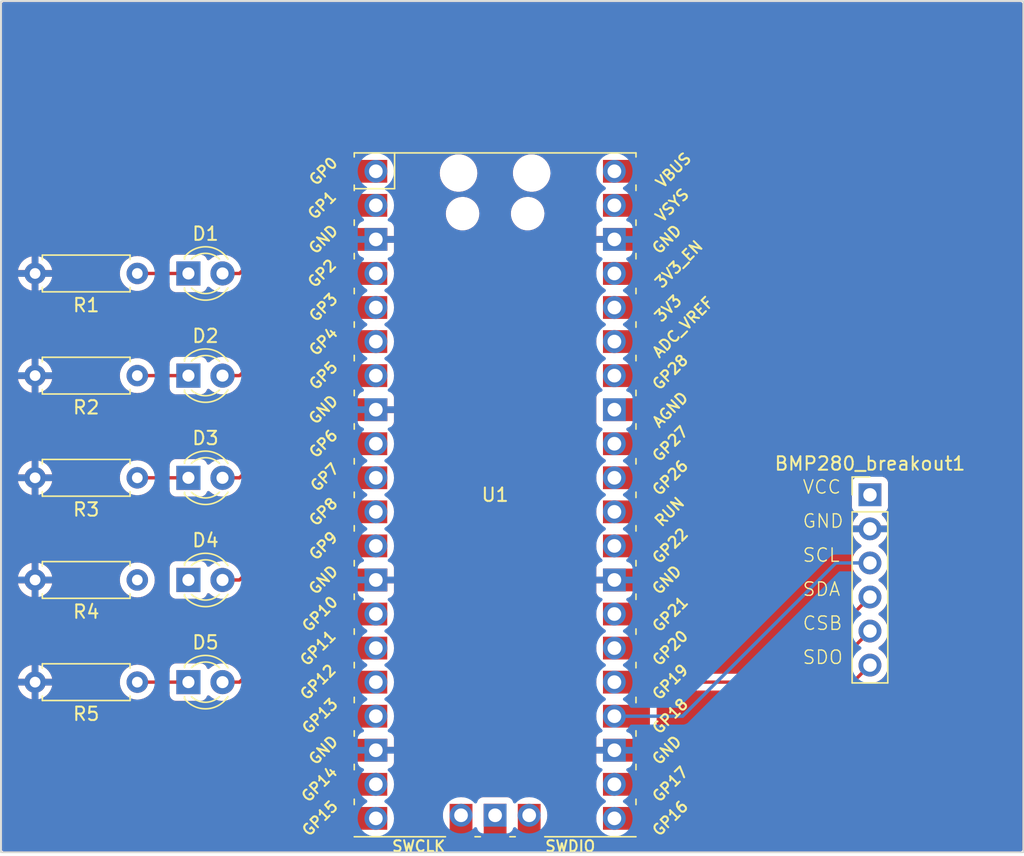
<source format=kicad_pcb>
(kicad_pcb (version 20221018) (generator pcbnew)
  (layers (0 "F.Cu" signal) (31 "B.Cu" signal) (34 "B.Paste" user) (35 "F.Paste" user) (36 "B.SilkS" user "B.Silkscreen") (37 "F.SilkS" user "F.Silkscreen") (38 "B.Mask" user) (39 "F.Mask" user) (44 "Edge.Cuts" user))
  (net 0 "")
  (net 24 "GND")
  (net 25 "Net-(D1-K)")
  (net 26 "Net-(D5-K)")
  (net 27 "Net-(D4-K)")
  (net 28 "Net-(D3-K)")
  (net 29 "Net-(D2-K)")
  (net 30 "Net-(BMP280_breakout1-VCC)")
  (net 31 "Net-(D1-A)")
  (net 32 "Net-(D2-A)")
  (net 33 "Net-(D3-A)")
  (net 34 "Net-(D4-A)")
  (net 35 "Net-(D5-A)")
  (net 36 "Net-(BMP280_breakout1-SCL)")
  (net 37 "Net-(BMP280_breakout1-SDA)")
  (net 38 "Net-(BMP280_breakout1-CSB)")
  (net 41 "Net-(BMP280_breakout1-SDO)")
  (footprint "LED_THT:LED_D3.0mm" (layer "F.Cu") (at 64.77 106.68)
    (fp_text reference "D4" (at 1.27 -2.96) (layer "F.SilkS"))
    (fp_text value "LED")
    (fp_line (start -0.29 -1.236) (end -0.29 -1.08) (stroke (width 0.12)) (layer "F.SilkS"))
    (fp_line (start -0.29 1.08) (end -0.29 1.236) (stroke (width 0.12)) (layer "F.SilkS"))
    (fp_arc (start -0.29 -1.235516) (mid 1.366487 -1.987659) (end 2.942335 -1.078608) (stroke (width 0.12)) (layer "F.SilkS"))
    (fp_arc (start 0.229039 -1.08) (mid 1.270117 -1.5) (end 2.31113 -1.079837) (stroke (width 0.12)) (layer "F.SilkS"))
    (fp_arc (start 2.31113 1.079837) (mid 1.270117 1.5) (end 0.229039 1.08) (stroke (width 0.12)) (layer "F.SilkS"))
    (fp_arc (start 2.942335 1.078608) (mid 1.366487 1.987659) (end -0.29 1.235516) (stroke (width 0.12)) (layer "F.SilkS"))
    (pad "1" thru_hole rect (at 0 0) (size 1.8 1.8) (drill 0.9) (layers "*.Cu" "*.Mask") (net 27 "Net-(D4-K)"))
    (pad "2" thru_hole circle (at 2.54 0) (size 1.8 1.8) (drill 0.9) (layers "*.Cu" "*.Mask") (net 34 "Net-(D4-A)"))
  )
  (footprint "LED_THT:LED_D3.0mm" (layer "F.Cu") (at 64.77 114.3)
    (fp_text reference "D5" (at 1.27 -2.96) (layer "F.SilkS"))
    (fp_text value "LED")
    (fp_line (start -0.29 -1.236) (end -0.29 -1.08) (stroke (width 0.12)) (layer "F.SilkS"))
    (fp_line (start -0.29 1.08) (end -0.29 1.236) (stroke (width 0.12)) (layer "F.SilkS"))
    (fp_arc (start -0.29 -1.235516) (mid 1.366487 -1.987659) (end 2.942335 -1.078608) (stroke (width 0.12)) (layer "F.SilkS"))
    (fp_arc (start 0.229039 -1.08) (mid 1.270117 -1.5) (end 2.31113 -1.079837) (stroke (width 0.12)) (layer "F.SilkS"))
    (fp_arc (start 2.31113 1.079837) (mid 1.270117 1.5) (end 0.229039 1.08) (stroke (width 0.12)) (layer "F.SilkS"))
    (fp_arc (start 2.942335 1.078608) (mid 1.366487 1.987659) (end -0.29 1.235516) (stroke (width 0.12)) (layer "F.SilkS"))
    (pad "1" thru_hole rect (at 0 0) (size 1.8 1.8) (drill 0.9) (layers "*.Cu" "*.Mask") (net 26 "Net-(D5-K)"))
    (pad "2" thru_hole circle (at 2.54 0) (size 1.8 1.8) (drill 0.9) (layers "*.Cu" "*.Mask") (net 35 "Net-(D5-A)"))
  )
  (footprint "LED_THT:LED_D3.0mm" (layer "F.Cu") (at 64.77 83.82)
    (fp_text reference "D1" (at 1.27 -2.96) (layer "F.SilkS"))
    (fp_text value "LED")
    (fp_line (start -0.29 -1.236) (end -0.29 -1.08) (stroke (width 0.12)) (layer "F.SilkS"))
    (fp_line (start -0.29 1.08) (end -0.29 1.236) (stroke (width 0.12)) (layer "F.SilkS"))
    (fp_arc (start -0.29 -1.235516) (mid 1.366487 -1.987659) (end 2.942335 -1.078608) (stroke (width 0.12)) (layer "F.SilkS"))
    (fp_arc (start 0.229039 -1.08) (mid 1.270117 -1.5) (end 2.31113 -1.079837) (stroke (width 0.12)) (layer "F.SilkS"))
    (fp_arc (start 2.31113 1.079837) (mid 1.270117 1.5) (end 0.229039 1.08) (stroke (width 0.12)) (layer "F.SilkS"))
    (fp_arc (start 2.942335 1.078608) (mid 1.366487 1.987659) (end -0.29 1.235516) (stroke (width 0.12)) (layer "F.SilkS"))
    (pad "1" thru_hole rect (at 0 0) (size 1.8 1.8) (drill 0.9) (layers "*.Cu" "*.Mask") (net 25 "Net-(D1-K)"))
    (pad "2" thru_hole circle (at 2.54 0) (size 1.8 1.8) (drill 0.9) (layers "*.Cu" "*.Mask") (net 31 "Net-(D1-A)"))
  )
  (footprint "MCU_RaspberryPi_and_Boards:RPi_Pico_SMD_TH" (layer "F.Cu") (at 87.63 100.33)
    (fp_text reference "U1" (at 0 0) (layer "F.SilkS"))
    (fp_text value "RP2040")
    (fp_text user "GND" (at 12.8 19.05 45) (layer "F.SilkS") (effects (font (size 0.8 0.8))))
    (fp_text user "AGND" (at 13.054 -6.35 45) (layer "F.SilkS") (effects (font (size 0.8 0.8))))
    (fp_text user "GP15" (at -13.054 24.13 45) (layer "F.SilkS") (effects (font (size 0.8 0.8))))
    (fp_text user "GP13" (at -13.054 16.51 45) (layer "F.SilkS") (effects (font (size 0.8 0.8))))
    (fp_text user "VSYS" (at 13.2 -21.59 45) (layer "F.SilkS") (effects (font (size 0.8 0.8))))
    (fp_text user "GP26" (at 13.054 -1.27 45) (layer "F.SilkS") (effects (font (size 0.8 0.8))))
    (fp_text user "GP9" (at -12.8 3.81 45) (layer "F.SilkS") (effects (font (size 0.8 0.8))))
    (fp_text user "SWDIO" (at 5.6 26.2) (layer "F.SilkS") (effects (font (size 0.8 0.8))))
    (fp_text user "GP14" (at -13.1 21.59 45) (layer "F.SilkS") (effects (font (size 0.8 0.8))))
    (fp_text user "GP7" (at -12.7 -1.3 45) (layer "F.SilkS") (effects (font (size 0.8 0.8))))
    (fp_text user "GND" (at -12.8 -19.05 45) (layer "F.SilkS") (effects (font (size 0.8 0.8))))
    (fp_text user "GND" (at 12.8 6.35 45) (layer "F.SilkS") (effects (font (size 0.8 0.8))))
    (fp_text user "GP20" (at 13.054 11.43 45) (layer "F.SilkS") (effects (font (size 0.8 0.8))))
    (fp_text user "GP4" (at -12.8 -11.43 45) (layer "F.SilkS") (effects (font (size 0.8 0.8))))
    (fp_text user "GP8" (at -12.8 1.27 45) (layer "F.SilkS") (effects (font (size 0.8 0.8))))
    (fp_text user "GP6" (at -12.8 -3.81 45) (layer "F.SilkS") (effects (font (size 0.8 0.8))))
    (fp_text user "SWCLK" (at -5.7 26.2) (layer "F.SilkS") (effects (font (size 0.8 0.8))))
    (fp_text user "GP3" (at -12.8 -13.97 45) (layer "F.SilkS") (effects (font (size 0.8 0.8))))
    (fp_text user "GND" (at 12.8 -19.05 45) (layer "F.SilkS") (effects (font (size 0.8 0.8))))
    (fp_text user "GP28" (at 13.054 -9.144 45) (layer "F.SilkS") (effects (font (size 0.8 0.8))))
    (fp_text user "ADC_VREF" (at 14 -12.5 45) (layer "F.SilkS") (effects (font (size 0.8 0.8))))
    (fp_text user "GP11" (at -13.2 11.43 45) (layer "F.SilkS") (effects (font (size 0.8 0.8))))
    (fp_text user "GP5" (at -12.8 -8.89 45) (layer "F.SilkS") (effects (font (size 0.8 0.8))))
    (fp_text user "GP19" (at 13.054 13.97 45) (layer "F.SilkS") (effects (font (size 0.8 0.8))))
    (fp_text user "GP16" (at 13.054 24.13 45) (layer "F.SilkS") (effects (font (size 0.8 0.8))))
    (fp_text user "RUN" (at 13 1.27 45) (layer "F.SilkS") (effects (font (size 0.8 0.8))))
    (fp_text user "GP10" (at -13.054 8.89 45) (layer "F.SilkS") (effects (font (size 0.8 0.8))))
    (fp_text user "GP22" (at 13.054 3.81 45) (layer "F.SilkS") (effects (font (size 0.8 0.8))))
    (fp_text user "GP0" (at -12.8 -24.13 45) (layer "F.SilkS") (effects (font (size 0.8 0.8))))
    (fp_text user "GP12" (at -13.2 13.97 45) (layer "F.SilkS") (effects (font (size 0.8 0.8))))
    (fp_text user "GND" (at -12.8 6.35 45) (layer "F.SilkS") (effects (font (size 0.8 0.8))))
    (fp_text user "GND" (at -12.8 19.05 45) (layer "F.SilkS") (effects (font (size 0.8 0.8))))
    (fp_text user "GP17" (at 13.054 21.59 45) (layer "F.SilkS") (effects (font (size 0.8 0.8))))
    (fp_text user "VBUS" (at 13.3 -24.2 45) (layer "F.SilkS") (effects (font (size 0.8 0.8))))
    (fp_text user "3V3_EN" (at 13.7 -17.2 45) (layer "F.SilkS") (effects (font (size 0.8 0.8))))
    (fp_text user "GP27" (at 13.054 -3.8 45) (layer "F.SilkS") (effects (font (size 0.8 0.8))))
    (fp_text user "GP2" (at -12.9 -16.51 45) (layer "F.SilkS") (effects (font (size 0.8 0.8))))
    (fp_text user "3V3" (at 12.9 -13.9 45) (layer "F.SilkS") (effects (font (size 0.8 0.8))))
    (fp_text user "GP1" (at -12.9 -21.6 45) (layer "F.SilkS") (effects (font (size 0.8 0.8))))
    (fp_text user "GND" (at -12.8 -6.35 45) (layer "F.SilkS") (effects (font (size 0.8 0.8))))
    (fp_text user "GP18" (at 13.054 16.51 45) (layer "F.SilkS") (effects (font (size 0.8 0.8))))
    (fp_text user "GP21" (at 13.054 8.9 45) (layer "F.SilkS") (effects (font (size 0.8 0.8))))
    (fp_line (start -10.5 -25.5) (end -10.5 -25.2) (stroke (width 0.12)) (layer "F.SilkS"))
    (fp_line (start -10.5 -25.5) (end 10.5 -25.5) (stroke (width 0.12)) (layer "F.SilkS"))
    (fp_line (start -10.5 -23.1) (end -10.5 -22.7) (stroke (width 0.12)) (layer "F.SilkS"))
    (fp_line (start -10.5 -22.833) (end -7.493 -22.833) (stroke (width 0.12)) (layer "F.SilkS"))
    (fp_line (start -10.5 -20.5) (end -10.5 -20.1) (stroke (width 0.12)) (layer "F.SilkS"))
    (fp_line (start -10.5 -18) (end -10.5 -17.6) (stroke (width 0.12)) (layer "F.SilkS"))
    (fp_line (start -10.5 -15.4) (end -10.5 -15) (stroke (width 0.12)) (layer "F.SilkS"))
    (fp_line (start -10.5 -12.9) (end -10.5 -12.5) (stroke (width 0.12)) (layer "F.SilkS"))
    (fp_line (start -10.5 -10.4) (end -10.5 -10) (stroke (width 0.12)) (layer "F.SilkS"))
    (fp_line (start -10.5 -7.8) (end -10.5 -7.4) (stroke (width 0.12)) (layer "F.SilkS"))
    (fp_line (start -10.5 -5.3) (end -10.5 -4.9) (stroke (width 0.12)) (layer "F.SilkS"))
    (fp_line (start -10.5 -2.7) (end -10.5 -2.3) (stroke (width 0.12)) (layer "F.SilkS"))
    (fp_line (start -10.5 -0.2) (end -10.5 0.2) (stroke (width 0.12)) (layer "F.SilkS"))
    (fp_line (start -10.5 2.3) (end -10.5 2.7) (stroke (width 0.12)) (layer "F.SilkS"))
    (fp_line (start -10.5 4.9) (end -10.5 5.3) (stroke (width 0.12)) (layer "F.SilkS"))
    (fp_line (start -10.5 7.4) (end -10.5 7.8) (stroke (width 0.12)) (layer "F.SilkS"))
    (fp_line (start -10.5 10) (end -10.5 10.4) (stroke (width 0.12)) (layer "F.SilkS"))
    (fp_line (start -10.5 12.5) (end -10.5 12.9) (stroke (width 0.12)) (layer "F.SilkS"))
    (fp_line (start -10.5 15.1) (end -10.5 15.5) (stroke (width 0.12)) (layer "F.SilkS"))
    (fp_line (start -10.5 17.6) (end -10.5 18) (stroke (width 0.12)) (layer "F.SilkS"))
    (fp_line (start -10.5 20.1) (end -10.5 20.5) (stroke (width 0.12)) (layer "F.SilkS"))
    (fp_line (start -10.5 22.7) (end -10.5 23.1) (stroke (width 0.12)) (layer "F.SilkS"))
    (fp_line (start -7.493 -22.833) (end -7.493 -25.5) (stroke (width 0.12)) (layer "F.SilkS"))
    (fp_line (start -3.7 25.5) (end -10.5 25.5) (stroke (width 0.12)) (layer "F.SilkS"))
    (fp_line (start -1.5 25.5) (end -1.1 25.5) (stroke (width 0.12)) (layer "F.SilkS"))
    (fp_line (start 1.1 25.5) (end 1.5 25.5) (stroke (width 0.12)) (layer "F.SilkS"))
    (fp_line (start 10.5 -25.5) (end 10.5 -25.2) (stroke (width 0.12)) (layer "F.SilkS"))
    (fp_line (start 10.5 -23.1) (end 10.5 -22.7) (stroke (width 0.12)) (layer "F.SilkS"))
    (fp_line (start 10.5 -20.5) (end 10.5 -20.1) (stroke (width 0.12)) (layer "F.SilkS"))
    (fp_line (start 10.5 -18) (end 10.5 -17.6) (stroke (width 0.12)) (layer "F.SilkS"))
    (fp_line (start 10.5 -15.4) (end 10.5 -15) (stroke (width 0.12)) (layer "F.SilkS"))
    (fp_line (start 10.5 -12.9) (end 10.5 -12.5) (stroke (width 0.12)) (layer "F.SilkS"))
    (fp_line (start 10.5 -10.4) (end 10.5 -10) (stroke (width 0.12)) (layer "F.SilkS"))
    (fp_line (start 10.5 -7.8) (end 10.5 -7.4) (stroke (width 0.12)) (layer "F.SilkS"))
    (fp_line (start 10.5 -5.3) (end 10.5 -4.9) (stroke (width 0.12)) (layer "F.SilkS"))
    (fp_line (start 10.5 -2.7) (end 10.5 -2.3) (stroke (width 0.12)) (layer "F.SilkS"))
    (fp_line (start 10.5 -0.2) (end 10.5 0.2) (stroke (width 0.12)) (layer "F.SilkS"))
    (fp_line (start 10.5 2.3) (end 10.5 2.7) (stroke (width 0.12)) (layer "F.SilkS"))
    (fp_line (start 10.5 4.9) (end 10.5 5.3) (stroke (width 0.12)) (layer "F.SilkS"))
    (fp_line (start 10.5 7.4) (end 10.5 7.8) (stroke (width 0.12)) (layer "F.SilkS"))
    (fp_line (start 10.5 10) (end 10.5 10.4) (stroke (width 0.12)) (layer "F.SilkS"))
    (fp_line (start 10.5 12.5) (end 10.5 12.9) (stroke (width 0.12)) (layer "F.SilkS"))
    (fp_line (start 10.5 15.1) (end 10.5 15.5) (stroke (width 0.12)) (layer "F.SilkS"))
    (fp_line (start 10.5 17.6) (end 10.5 18) (stroke (width 0.12)) (layer "F.SilkS"))
    (fp_line (start 10.5 20.1) (end 10.5 20.5) (stroke (width 0.12)) (layer "F.SilkS"))
    (fp_line (start 10.5 22.7) (end 10.5 23.1) (stroke (width 0.12)) (layer "F.SilkS"))
    (fp_line (start 10.5 25.5) (end 3.7 25.5) (stroke (width 0.12)) (layer "F.SilkS"))
    (pad "" np_thru_hole oval (at -2.725 -24) (size 1.8 1.8) (drill 1.8) (layers "*.Cu" "*.Mask"))
    (pad "" np_thru_hole oval (at -2.425 -20.97) (size 1.5 1.5) (drill 1.5) (layers "*.Cu" "*.Mask"))
    (pad "" np_thru_hole oval (at 2.425 -20.97) (size 1.5 1.5) (drill 1.5) (layers "*.Cu" "*.Mask"))
    (pad "" np_thru_hole oval (at 2.725 -24) (size 1.8 1.8) (drill 1.8) (layers "*.Cu" "*.Mask"))
    (pad "1" thru_hole oval (at -8.89 -24.13) (size 1.7 1.7) (drill 1.02) (layers "*.Cu" "*.Mask") (net 31 "Net-(D1-A)"))
    (pad "1" smd rect (at -8.89 -24.13) (size 3.5 1.7) (drill (offset -0.9 0)) (layers "F.Cu" "F.Mask") (net 31 "Net-(D1-A)"))
    (pad "2" thru_hole oval (at -8.89 -21.59) (size 1.7 1.7) (drill 1.02) (layers "*.Cu" "*.Mask") (net 32 "Net-(D2-A)"))
    (pad "2" smd rect (at -8.89 -21.59) (size 3.5 1.7) (drill (offset -0.9 0)) (layers "F.Cu" "F.Mask") (net 32 "Net-(D2-A)"))
    (pad "3" thru_hole rect (at -8.89 -19.05) (size 1.7 1.7) (drill 1.02) (layers "*.Cu" "*.Mask") (net 24 "GND"))
    (pad "3" smd rect (at -8.89 -19.05) (size 3.5 1.7) (drill (offset -0.9 0)) (layers "F.Cu" "F.Mask") (net 24 "GND"))
    (pad "4" thru_hole oval (at -8.89 -16.51) (size 1.7 1.7) (drill 1.02) (layers "*.Cu" "*.Mask") (net 33 "Net-(D3-A)"))
    (pad "4" smd rect (at -8.89 -16.51) (size 3.5 1.7) (drill (offset -0.9 0)) (layers "F.Cu" "F.Mask") (net 33 "Net-(D3-A)"))
    (pad "5" thru_hole oval (at -8.89 -13.97) (size 1.7 1.7) (drill 1.02) (layers "*.Cu" "*.Mask") (net 34 "Net-(D4-A)"))
    (pad "5" smd rect (at -8.89 -13.97) (size 3.5 1.7) (drill (offset -0.9 0)) (layers "F.Cu" "F.Mask") (net 34 "Net-(D4-A)"))
    (pad "6" thru_hole oval (at -8.89 -11.43) (size 1.7 1.7) (drill 1.02) (layers "*.Cu" "*.Mask") (net 35 "Net-(D5-A)"))
    (pad "6" smd rect (at -8.89 -11.43) (size 3.5 1.7) (drill (offset -0.9 0)) (layers "F.Cu" "F.Mask") (net 35 "Net-(D5-A)"))
    (pad "7" thru_hole oval (at -8.89 -8.89) (size 1.7 1.7) (drill 1.02) (layers "*.Cu" "*.Mask"))
    (pad "7" smd rect (at -8.89 -8.89) (size 3.5 1.7) (drill (offset -0.9 0)) (layers "F.Cu" "F.Mask"))
    (pad "8" thru_hole rect (at -8.89 -6.35) (size 1.7 1.7) (drill 1.02) (layers "*.Cu" "*.Mask") (net 24 "GND"))
    (pad "8" smd rect (at -8.89 -6.35) (size 3.5 1.7) (drill (offset -0.9 0)) (layers "F.Cu" "F.Mask") (net 24 "GND"))
    (pad "9" thru_hole oval (at -8.89 -3.81) (size 1.7 1.7) (drill 1.02) (layers "*.Cu" "*.Mask"))
    (pad "9" smd rect (at -8.89 -3.81) (size 3.5 1.7) (drill (offset -0.9 0)) (layers "F.Cu" "F.Mask"))
    (pad "10" thru_hole oval (at -8.89 -1.27) (size 1.7 1.7) (drill 1.02) (layers "*.Cu" "*.Mask"))
    (pad "10" smd rect (at -8.89 -1.27) (size 3.5 1.7) (drill (offset -0.9 0)) (layers "F.Cu" "F.Mask"))
    (pad "11" thru_hole oval (at -8.89 1.27) (size 1.7 1.7) (drill 1.02) (layers "*.Cu" "*.Mask"))
    (pad "11" smd rect (at -8.89 1.27) (size 3.5 1.7) (drill (offset -0.9 0)) (layers "F.Cu" "F.Mask"))
    (pad "12" thru_hole oval (at -8.89 3.81) (size 1.7 1.7) (drill 1.02) (layers "*.Cu" "*.Mask"))
    (pad "12" smd rect (at -8.89 3.81) (size 3.5 1.7) (drill (offset -0.9 0)) (layers "F.Cu" "F.Mask"))
    (pad "13" thru_hole rect (at -8.89 6.35) (size 1.7 1.7) (drill 1.02) (layers "*.Cu" "*.Mask") (net 24 "GND"))
    (pad "13" smd rect (at -8.89 6.35) (size 3.5 1.7) (drill (offset -0.9 0)) (layers "F.Cu" "F.Mask") (net 24 "GND"))
    (pad "14" thru_hole oval (at -8.89 8.89) (size 1.7 1.7) (drill 1.02) (layers "*.Cu" "*.Mask"))
    (pad "14" smd rect (at -8.89 8.89) (size 3.5 1.7) (drill (offset -0.9 0)) (layers "F.Cu" "F.Mask"))
    (pad "15" thru_hole oval (at -8.89 11.43) (size 1.7 1.7) (drill 1.02) (layers "*.Cu" "*.Mask"))
    (pad "15" smd rect (at -8.89 11.43) (size 3.5 1.7) (drill (offset -0.9 0)) (layers "F.Cu" "F.Mask"))
    (pad "16" thru_hole oval (at -8.89 13.97) (size 1.7 1.7) (drill 1.02) (layers "*.Cu" "*.Mask"))
    (pad "16" smd rect (at -8.89 13.97) (size 3.5 1.7) (drill (offset -0.9 0)) (layers "F.Cu" "F.Mask"))
    (pad "17" thru_hole oval (at -8.89 16.51) (size 1.7 1.7) (drill 1.02) (layers "*.Cu" "*.Mask"))
    (pad "17" smd rect (at -8.89 16.51) (size 3.5 1.7) (drill (offset -0.9 0)) (layers "F.Cu" "F.Mask"))
    (pad "18" thru_hole rect (at -8.89 19.05) (size 1.7 1.7) (drill 1.02) (layers "*.Cu" "*.Mask") (net 24 "GND"))
    (pad "18" smd rect (at -8.89 19.05) (size 3.5 1.7) (drill (offset -0.9 0)) (layers "F.Cu" "F.Mask") (net 24 "GND"))
    (pad "19" thru_hole oval (at -8.89 21.59) (size 1.7 1.7) (drill 1.02) (layers "*.Cu" "*.Mask"))
    (pad "19" smd rect (at -8.89 21.59) (size 3.5 1.7) (drill (offset -0.9 0)) (layers "F.Cu" "F.Mask"))
    (pad "20" thru_hole oval (at -8.89 24.13) (size 1.7 1.7) (drill 1.02) (layers "*.Cu" "*.Mask"))
    (pad "20" smd rect (at -8.89 24.13) (size 3.5 1.7) (drill (offset -0.9 0)) (layers "F.Cu" "F.Mask"))
    (pad "21" thru_hole oval (at 8.89 24.13) (size 1.7 1.7) (drill 1.02) (layers "*.Cu" "*.Mask") (net 41 "Net-(BMP280_breakout1-SDO)"))
    (pad "21" smd rect (at 8.89 24.13) (size 3.5 1.7) (drill (offset 0.9 0)) (layers "F.Cu" "F.Mask") (net 41 "Net-(BMP280_breakout1-SDO)"))
    (pad "22" thru_hole oval (at 8.89 21.59) (size 1.7 1.7) (drill 1.02) (layers "*.Cu" "*.Mask") (net 38 "Net-(BMP280_breakout1-CSB)"))
    (pad "22" smd rect (at 8.89 21.59) (size 3.5 1.7) (drill (offset 0.9 0)) (layers "F.Cu" "F.Mask") (net 38 "Net-(BMP280_breakout1-CSB)"))
    (pad "23" thru_hole rect (at 8.89 19.05) (size 1.7 1.7) (drill 1.02) (layers "*.Cu" "*.Mask") (net 24 "GND"))
    (pad "23" smd rect (at 8.89 19.05) (size 3.5 1.7) (drill (offset 0.9 0)) (layers "F.Cu" "F.Mask") (net 24 "GND"))
    (pad "24" thru_hole oval (at 8.89 16.51) (size 1.7 1.7) (drill 1.02) (layers "*.Cu" "*.Mask") (net 36 "Net-(BMP280_breakout1-SCL)"))
    (pad "24" smd rect (at 8.89 16.51) (size 3.5 1.7) (drill (offset 0.9 0)) (layers "F.Cu" "F.Mask") (net 36 "Net-(BMP280_breakout1-SCL)"))
    (pad "25" thru_hole oval (at 8.89 13.97) (size 1.7 1.7) (drill 1.02) (layers "*.Cu" "*.Mask") (net 37 "Net-(BMP280_breakout1-SDA)"))
    (pad "25" smd rect (at 8.89 13.97) (size 3.5 1.7) (drill (offset 0.9 0)) (layers "F.Cu" "F.Mask") (net 37 "Net-(BMP280_breakout1-SDA)"))
    (pad "26" thru_hole oval (at 8.89 11.43) (size 1.7 1.7) (drill 1.02) (layers "*.Cu" "*.Mask"))
    (pad "26" smd rect (at 8.89 11.43) (size 3.5 1.7) (drill (offset 0.9 0)) (layers "F.Cu" "F.Mask"))
    (pad "27" thru_hole oval (at 8.89 8.89) (size 1.7 1.7) (drill 1.02) (layers "*.Cu" "*.Mask"))
    (pad "27" smd rect (at 8.89 8.89) (size 3.5 1.7) (drill (offset 0.9 0)) (layers "F.Cu" "F.Mask"))
    (pad "28" thru_hole rect (at 8.89 6.35) (size 1.7 1.7) (drill 1.02) (layers "*.Cu" "*.Mask") (net 24 "GND"))
    (pad "28" smd rect (at 8.89 6.35) (size 3.5 1.7) (drill (offset 0.9 0)) (layers "F.Cu" "F.Mask") (net 24 "GND"))
    (pad "29" thru_hole oval (at 8.89 3.81) (size 1.7 1.7) (drill 1.02) (layers "*.Cu" "*.Mask"))
    (pad "29" smd rect (at 8.89 3.81) (size 3.5 1.7) (drill (offset 0.9 0)) (layers "F.Cu" "F.Mask"))
    (pad "30" thru_hole oval (at 8.89 1.27) (size 1.7 1.7) (drill 1.02) (layers "*.Cu" "*.Mask"))
    (pad "30" smd rect (at 8.89 1.27) (size 3.5 1.7) (drill (offset 0.9 0)) (layers "F.Cu" "F.Mask"))
    (pad "31" thru_hole oval (at 8.89 -1.27) (size 1.7 1.7) (drill 1.02) (layers "*.Cu" "*.Mask"))
    (pad "31" smd rect (at 8.89 -1.27) (size 3.5 1.7) (drill (offset 0.9 0)) (layers "F.Cu" "F.Mask"))
    (pad "32" thru_hole oval (at 8.89 -3.81) (size 1.7 1.7) (drill 1.02) (layers "*.Cu" "*.Mask"))
    (pad "32" smd rect (at 8.89 -3.81) (size 3.5 1.7) (drill (offset 0.9 0)) (layers "F.Cu" "F.Mask"))
    (pad "33" thru_hole rect (at 8.89 -6.35) (size 1.7 1.7) (drill 1.02) (layers "*.Cu" "*.Mask"))
    (pad "33" smd rect (at 8.89 -6.35) (size 3.5 1.7) (drill (offset 0.9 0)) (layers "F.Cu" "F.Mask"))
    (pad "34" thru_hole oval (at 8.89 -8.89) (size 1.7 1.7) (drill 1.02) (layers "*.Cu" "*.Mask"))
    (pad "34" smd rect (at 8.89 -8.89) (size 3.5 1.7) (drill (offset 0.9 0)) (layers "F.Cu" "F.Mask"))
    (pad "35" thru_hole oval (at 8.89 -11.43) (size 1.7 1.7) (drill 1.02) (layers "*.Cu" "*.Mask") (net 30 "Net-(BMP280_breakout1-VCC)"))
    (pad "35" smd rect (at 8.89 -11.43) (size 3.5 1.7) (drill (offset 0.9 0)) (layers "F.Cu" "F.Mask") (net 30 "Net-(BMP280_breakout1-VCC)"))
    (pad "36" thru_hole oval (at 8.89 -13.97) (size 1.7 1.7) (drill 1.02) (layers "*.Cu" "*.Mask"))
    (pad "36" smd rect (at 8.89 -13.97) (size 3.5 1.7) (drill (offset 0.9 0)) (layers "F.Cu" "F.Mask"))
    (pad "37" thru_hole oval (at 8.89 -16.51) (size 1.7 1.7) (drill 1.02) (layers "*.Cu" "*.Mask"))
    (pad "37" smd rect (at 8.89 -16.51) (size 3.5 1.7) (drill (offset 0.9 0)) (layers "F.Cu" "F.Mask"))
    (pad "38" thru_hole rect (at 8.89 -19.05) (size 1.7 1.7) (drill 1.02) (layers "*.Cu" "*.Mask") (net 24 "GND"))
    (pad "38" smd rect (at 8.89 -19.05) (size 3.5 1.7) (drill (offset 0.9 0)) (layers "F.Cu" "F.Mask") (net 24 "GND"))
    (pad "39" thru_hole oval (at 8.89 -21.59) (size 1.7 1.7) (drill 1.02) (layers "*.Cu" "*.Mask"))
    (pad "39" smd rect (at 8.89 -21.59) (size 3.5 1.7) (drill (offset 0.9 0)) (layers "F.Cu" "F.Mask"))
    (pad "40" thru_hole oval (at 8.89 -24.13) (size 1.7 1.7) (drill 1.02) (layers "*.Cu" "*.Mask"))
    (pad "40" smd rect (at 8.89 -24.13) (size 3.5 1.7) (drill (offset 0.9 0)) (layers "F.Cu" "F.Mask"))
    (pad "41" thru_hole oval (at -2.54 23.9) (size 1.7 1.7) (drill 1.02) (layers "*.Cu" "*.Mask"))
    (pad "41" smd rect (at -2.54 23.9 90) (size 3.5 1.7) (drill (offset -0.9 0)) (layers "F.Cu" "F.Mask"))
    (pad "42" thru_hole rect (at 0 23.9) (size 1.7 1.7) (drill 1.02) (layers "*.Cu" "*.Mask"))
    (pad "42" smd rect (at 0 23.9 90) (size 3.5 1.7) (drill (offset -0.9 0)) (layers "F.Cu" "F.Mask"))
    (pad "43" thru_hole oval (at 2.54 23.9) (size 1.7 1.7) (drill 1.02) (layers "*.Cu" "*.Mask"))
    (pad "43" smd rect (at 2.54 23.9 90) (size 3.5 1.7) (drill (offset -0.9 0)) (layers "F.Cu" "F.Mask"))
  )
  (footprint "Resistor_THT:R_Axial_DIN0207_L6.3mm_D2.5mm_P7.62mm_Horizontal" (layer "F.Cu") (at 60.96 83.82 180)
    (fp_text reference "R1" (at 3.81 -2.37) (layer "F.SilkS"))
    (fp_text value "R")
    (fp_line (start 0.54 -1.37) (end 7.08 -1.37) (stroke (width 0.12)) (layer "F.SilkS"))
    (fp_line (start 0.54 -1.04) (end 0.54 -1.37) (stroke (width 0.12)) (layer "F.SilkS"))
    (fp_line (start 0.54 1.04) (end 0.54 1.37) (stroke (width 0.12)) (layer "F.SilkS"))
    (fp_line (start 0.54 1.37) (end 7.08 1.37) (stroke (width 0.12)) (layer "F.SilkS"))
    (fp_line (start 7.08 -1.37) (end 7.08 -1.04) (stroke (width 0.12)) (layer "F.SilkS"))
    (fp_line (start 7.08 1.37) (end 7.08 1.04) (stroke (width 0.12)) (layer "F.SilkS"))
    (pad "1" thru_hole circle (at 0 0 180) (size 1.6 1.6) (drill 0.8) (layers "*.Cu" "*.Mask") (net 25 "Net-(D1-K)"))
    (pad "2" thru_hole oval (at 7.62 0 180) (size 1.6 1.6) (drill 0.8) (layers "*.Cu" "*.Mask") (net 24 "GND"))
  )
  (footprint "Resistor_THT:R_Axial_DIN0207_L6.3mm_D2.5mm_P7.62mm_Horizontal" (layer "F.Cu") (at 60.96 114.3 180)
    (fp_text reference "R5" (at 3.81 -2.37) (layer "F.SilkS"))
    (fp_text value "R")
    (fp_line (start 0.54 -1.37) (end 7.08 -1.37) (stroke (width 0.12)) (layer "F.SilkS"))
    (fp_line (start 0.54 -1.04) (end 0.54 -1.37) (stroke (width 0.12)) (layer "F.SilkS"))
    (fp_line (start 0.54 1.04) (end 0.54 1.37) (stroke (width 0.12)) (layer "F.SilkS"))
    (fp_line (start 0.54 1.37) (end 7.08 1.37) (stroke (width 0.12)) (layer "F.SilkS"))
    (fp_line (start 7.08 -1.37) (end 7.08 -1.04) (stroke (width 0.12)) (layer "F.SilkS"))
    (fp_line (start 7.08 1.37) (end 7.08 1.04) (stroke (width 0.12)) (layer "F.SilkS"))
    (pad "1" thru_hole circle (at 0 0 180) (size 1.6 1.6) (drill 0.8) (layers "*.Cu" "*.Mask") (net 26 "Net-(D5-K)"))
    (pad "2" thru_hole oval (at 7.62 0 180) (size 1.6 1.6) (drill 0.8) (layers "*.Cu" "*.Mask") (net 24 "GND"))
  )
  (footprint "LED_THT:LED_D3.0mm" (layer "F.Cu") (at 64.77 91.44)
    (fp_text reference "D2" (at 1.27 -2.96) (layer "F.SilkS"))
    (fp_text value "LED")
    (fp_line (start -0.29 -1.236) (end -0.29 -1.08) (stroke (width 0.12)) (layer "F.SilkS"))
    (fp_line (start -0.29 1.08) (end -0.29 1.236) (stroke (width 0.12)) (layer "F.SilkS"))
    (fp_arc (start -0.29 -1.235516) (mid 1.366487 -1.987659) (end 2.942335 -1.078608) (stroke (width 0.12)) (layer "F.SilkS"))
    (fp_arc (start 0.229039 -1.08) (mid 1.270117 -1.5) (end 2.31113 -1.079837) (stroke (width 0.12)) (layer "F.SilkS"))
    (fp_arc (start 2.31113 1.079837) (mid 1.270117 1.5) (end 0.229039 1.08) (stroke (width 0.12)) (layer "F.SilkS"))
    (fp_arc (start 2.942335 1.078608) (mid 1.366487 1.987659) (end -0.29 1.235516) (stroke (width 0.12)) (layer "F.SilkS"))
    (pad "1" thru_hole rect (at 0 0) (size 1.8 1.8) (drill 0.9) (layers "*.Cu" "*.Mask") (net 29 "Net-(D2-K)"))
    (pad "2" thru_hole circle (at 2.54 0) (size 1.8 1.8) (drill 0.9) (layers "*.Cu" "*.Mask") (net 32 "Net-(D2-A)"))
  )
  (footprint "Resistor_THT:R_Axial_DIN0207_L6.3mm_D2.5mm_P7.62mm_Horizontal" (layer "F.Cu") (at 60.96 99.06 180)
    (fp_text reference "R3" (at 3.81 -2.37) (layer "F.SilkS"))
    (fp_text value "R")
    (fp_line (start 0.54 -1.37) (end 7.08 -1.37) (stroke (width 0.12)) (layer "F.SilkS"))
    (fp_line (start 0.54 -1.04) (end 0.54 -1.37) (stroke (width 0.12)) (layer "F.SilkS"))
    (fp_line (start 0.54 1.04) (end 0.54 1.37) (stroke (width 0.12)) (layer "F.SilkS"))
    (fp_line (start 0.54 1.37) (end 7.08 1.37) (stroke (width 0.12)) (layer "F.SilkS"))
    (fp_line (start 7.08 -1.37) (end 7.08 -1.04) (stroke (width 0.12)) (layer "F.SilkS"))
    (fp_line (start 7.08 1.37) (end 7.08 1.04) (stroke (width 0.12)) (layer "F.SilkS"))
    (pad "1" thru_hole circle (at 0 0 180) (size 1.6 1.6) (drill 0.8) (layers "*.Cu" "*.Mask") (net 28 "Net-(D3-K)"))
    (pad "2" thru_hole oval (at 7.62 0 180) (size 1.6 1.6) (drill 0.8) (layers "*.Cu" "*.Mask") (net 24 "GND"))
  )
  (footprint "Resistor_THT:R_Axial_DIN0207_L6.3mm_D2.5mm_P7.62mm_Horizontal" (layer "F.Cu") (at 60.96 106.68 180)
    (fp_text reference "R4" (at 3.81 -2.37) (layer "F.SilkS"))
    (fp_text value "R")
    (fp_line (start 0.54 -1.37) (end 7.08 -1.37) (stroke (width 0.12)) (layer "F.SilkS"))
    (fp_line (start 0.54 -1.04) (end 0.54 -1.37) (stroke (width 0.12)) (layer "F.SilkS"))
    (fp_line (start 0.54 1.04) (end 0.54 1.37) (stroke (width 0.12)) (layer "F.SilkS"))
    (fp_line (start 0.54 1.37) (end 7.08 1.37) (stroke (width 0.12)) (layer "F.SilkS"))
    (fp_line (start 7.08 -1.37) (end 7.08 -1.04) (stroke (width 0.12)) (layer "F.SilkS"))
    (fp_line (start 7.08 1.37) (end 7.08 1.04) (stroke (width 0.12)) (layer "F.SilkS"))
    (pad "1" thru_hole circle (at 0 0 180) (size 1.6 1.6) (drill 0.8) (layers "*.Cu" "*.Mask") (net 27 "Net-(D4-K)"))
    (pad "2" thru_hole oval (at 7.62 0 180) (size 1.6 1.6) (drill 0.8) (layers "*.Cu" "*.Mask") (net 24 "GND"))
  )
  (footprint "Resistor_THT:R_Axial_DIN0207_L6.3mm_D2.5mm_P7.62mm_Horizontal" (layer "F.Cu") (at 60.96 91.44 180)
    (fp_text reference "R2" (at 3.81 -2.37) (layer "F.SilkS"))
    (fp_text value "R")
    (fp_line (start 0.54 -1.37) (end 7.08 -1.37) (stroke (width 0.12)) (layer "F.SilkS"))
    (fp_line (start 0.54 -1.04) (end 0.54 -1.37) (stroke (width 0.12)) (layer "F.SilkS"))
    (fp_line (start 0.54 1.04) (end 0.54 1.37) (stroke (width 0.12)) (layer "F.SilkS"))
    (fp_line (start 0.54 1.37) (end 7.08 1.37) (stroke (width 0.12)) (layer "F.SilkS"))
    (fp_line (start 7.08 -1.37) (end 7.08 -1.04) (stroke (width 0.12)) (layer "F.SilkS"))
    (fp_line (start 7.08 1.37) (end 7.08 1.04) (stroke (width 0.12)) (layer "F.SilkS"))
    (pad "1" thru_hole circle (at 0 0 180) (size 1.6 1.6) (drill 0.8) (layers "*.Cu" "*.Mask") (net 29 "Net-(D2-K)"))
    (pad "2" thru_hole oval (at 7.62 0 180) (size 1.6 1.6) (drill 0.8) (layers "*.Cu" "*.Mask") (net 24 "GND"))
  )
  (footprint "Connector_PinHeader_2.54mm:PinHeader_1x06_P2.54mm_Vertical" (layer "F.Cu") (at 115.57 100.33)
    (fp_text reference "BMP280_breakout1" (at 0 -2.33) (layer "F.SilkS"))
    (fp_text value "~")
    (fp_text user "SDA" (at -5.08 7.62 unlocked) (layer "F.SilkS") (effects (font (thickness 0.1)) (justify left bottom)))
    (fp_text user "VCC" (at -5.08 0 unlocked) (layer "F.SilkS") (effects (font (thickness 0.1)) (justify left bottom)))
    (fp_text user "GND" (at -5.08 2.54 unlocked) (layer "F.SilkS") (effects (font (thickness 0.1)) (justify left bottom)))
    (fp_text user "CSB" (at -5.08 10.16 unlocked) (layer "F.SilkS") (effects (font (thickness 0.1)) (justify left bottom)))
    (fp_text user "SDO" (at -5.08 12.7 unlocked) (layer "F.SilkS") (effects (font (thickness 0.1)) (justify left bottom)))
    (fp_text user "SCL" (at -5.08 5.08 unlocked) (layer "F.SilkS") (effects (font (thickness 0.1)) (justify left bottom)))
    (fp_line (start -1.33 -1.33) (end 0 -1.33) (stroke (width 0.12)) (layer "F.SilkS"))
    (fp_line (start -1.33 0) (end -1.33 -1.33) (stroke (width 0.12)) (layer "F.SilkS"))
    (fp_line (start -1.33 1.27) (end -1.33 14.03) (stroke (width 0.12)) (layer "F.SilkS"))
    (fp_line (start -1.33 1.27) (end 1.33 1.27) (stroke (width 0.12)) (layer "F.SilkS"))
    (fp_line (start -1.33 14.03) (end 1.33 14.03) (stroke (width 0.12)) (layer "F.SilkS"))
    (fp_line (start 1.33 1.27) (end 1.33 14.03) (stroke (width 0.12)) (layer "F.SilkS"))
    (pad "1" thru_hole rect (at 0 0) (size 1.7 1.7) (drill 1) (layers "*.Cu" "*.Mask") (net 30 "Net-(BMP280_breakout1-VCC)"))
    (pad "2" thru_hole oval (at 0 2.54) (size 1.7 1.7) (drill 1) (layers "*.Cu" "*.Mask") (net 24 "GND"))
    (pad "3" thru_hole oval (at 0 5.08) (size 1.7 1.7) (drill 1) (layers "*.Cu" "*.Mask") (net 36 "Net-(BMP280_breakout1-SCL)"))
    (pad "4" thru_hole oval (at 0 7.62) (size 1.7 1.7) (drill 1) (layers "*.Cu" "*.Mask") (net 37 "Net-(BMP280_breakout1-SDA)"))
    (pad "5" thru_hole oval (at 0 10.16) (size 1.7 1.7) (drill 1) (layers "*.Cu" "*.Mask") (net 38 "Net-(BMP280_breakout1-CSB)"))
    (pad "6" thru_hole oval (at 0 12.7) (size 1.7 1.7) (drill 1) (layers "*.Cu" "*.Mask") (net 41 "Net-(BMP280_breakout1-SDO)"))
  )
  (footprint "LED_THT:LED_D3.0mm" (layer "F.Cu") (at 64.77 99.06)
    (fp_text reference "D3" (at 1.27 -2.96) (layer "F.SilkS"))
    (fp_text value "LED")
    (fp_line (start -0.29 -1.236) (end -0.29 -1.08) (stroke (width 0.12)) (layer "F.SilkS"))
    (fp_line (start -0.29 1.08) (end -0.29 1.236) (stroke (width 0.12)) (layer "F.SilkS"))
    (fp_arc (start -0.29 -1.235516) (mid 1.366487 -1.987659) (end 2.942335 -1.078608) (stroke (width 0.12)) (layer "F.SilkS"))
    (fp_arc (start 0.229039 -1.08) (mid 1.270117 -1.5) (end 2.31113 -1.079837) (stroke (width 0.12)) (layer "F.SilkS"))
    (fp_arc (start 2.31113 1.079837) (mid 1.270117 1.5) (end 0.229039 1.08) (stroke (width 0.12)) (layer "F.SilkS"))
    (fp_arc (start 2.942335 1.078608) (mid 1.366487 1.987659) (end -0.29 1.235516) (stroke (width 0.12)) (layer "F.SilkS"))
    (pad "1" thru_hole rect (at 0 0) (size 1.8 1.8) (drill 0.9) (layers "*.Cu" "*.Mask") (net 28 "Net-(D3-K)"))
    (pad "2" thru_hole circle (at 2.54 0) (size 1.8 1.8) (drill 0.9) (layers "*.Cu" "*.Mask") (net 33 "Net-(D3-A)"))
  )
  (gr_rect (start 50.8 63.5) (end 127 127) (stroke (width 0.1)) (fill none) (layer "Edge.Cuts"))
  (segment (start 60.96 83.82) (end 64.77 83.82) (width 0.25) (layer "F.Cu") (net 25))
  (segment (start 60.96 114.3) (end 64.77 114.3) (width 0.25) (layer "F.Cu") (net 26))
  (segment (start 60.96 99.06) (end 64.77 99.06) (width 0.25) (layer "F.Cu") (net 28))
  (segment (start 60.96 91.44) (end 64.77 91.44) (width 0.25) (layer "F.Cu") (net 29))
  (segment (start 68.58 83.82) (end 67.31 83.82) (width 0.25) (layer "F.Cu") (net 31))
  (segment (start 71.12 76.2) (end 69.85 77.47) (width 0.25) (layer "F.Cu") (net 31))
  (segment (start 78.74 76.2) (end 71.12 76.2) (width 0.25) (layer "F.Cu") (net 31))
  (segment (start 69.85 82.55) (end 68.58 83.82) (width 0.25) (layer "F.Cu") (net 31))
  (segment (start 69.85 77.47) (end 69.85 82.55) (width 0.25) (layer "F.Cu") (net 31))
  (segment (start 70.3 79.56) (end 70.3 89.72) (width 0.25) (layer "F.Cu") (net 32))
  (segment (start 70.3 89.72) (end 68.58 91.44) (width 0.25) (layer "F.Cu") (net 32))
  (segment (start 71.12 78.74) (end 70.3 79.56) (width 0.25) (layer "F.Cu") (net 32))
  (segment (start 68.58 91.44) (end 67.31 91.44) (width 0.25) (layer "F.Cu") (net 32))
  (segment (start 78.74 78.74) (end 71.12 78.74) (width 0.25) (layer "F.Cu") (net 32))
  (segment (start 68.58 99.06) (end 67.31 99.06) (width 0.25) (layer "F.Cu") (net 33))
  (segment (start 70.75 85.143198) (end 70.75 96.89) (width 0.25) (layer "F.Cu") (net 33))
  (segment (start 78.74 83.82) (end 72.073198 83.82) (width 0.25) (layer "F.Cu") (net 33))
  (segment (start 72.073198 83.82) (end 70.75 85.143198) (width 0.25) (layer "F.Cu") (net 33))
  (segment (start 70.75 96.89) (end 68.58 99.06) (width 0.25) (layer "F.Cu") (net 33))
  (segment (start 68.58 106.68) (end 67.31 106.68) (width 0.25) (layer "F.Cu") (net 34))
  (segment (start 71.2 87.55) (end 71.2 104.06) (width 0.25) (layer "F.Cu") (net 34))
  (segment (start 71.2 104.06) (end 68.58 106.68) (width 0.25) (layer "F.Cu") (net 34))
  (segment (start 78.74 86.36) (end 72.39 86.36) (width 0.25) (layer "F.Cu") (net 34))
  (segment (start 72.39 86.36) (end 71.2 87.55) (width 0.25) (layer "F.Cu") (net 34))
  (segment (start 72.39 88.9) (end 71.65 89.64) (width 0.25) (layer "F.Cu") (net 35))
  (segment (start 71.65 111.23) (end 68.58 114.3) (width 0.25) (layer "F.Cu") (net 35))
  (segment (start 71.65 89.64) (end 71.65 111.23) (width 0.25) (layer "F.Cu") (net 35))
  (segment (start 78.74 88.9) (end 72.39 88.9) (width 0.25) (layer "F.Cu") (net 35))
  (segment (start 68.58 114.3) (end 67.31 114.3) (width 0.25) (layer "F.Cu") (net 35))
  (segment (start 115.57 105.41) (end 113.03 105.41) (width 0.25) (layer "B.Cu") (net 36))
  (segment (start 101.6 116.84) (end 96.52 116.84) (width 0.25) (layer "B.Cu") (net 36))
  (segment (start 113.03 105.41) (end 101.6 116.84) (width 0.25) (layer "B.Cu") (net 36))
  (segment (start 109.22 114.3) (end 96.52 114.3) (width 0.25) (layer "F.Cu") (net 37))
  (segment (start 115.57 107.95) (end 109.22 114.3) (width 0.25) (layer "F.Cu") (net 37))
  (segment (start 96.52 121.92) (end 104.14 121.92) (width 0.25) (layer "F.Cu") (net 38))
  (segment (start 104.14 121.92) (end 115.57 110.49) (width 0.25) (layer "F.Cu") (net 38))
  (segment (start 104.14 124.46) (end 115.57 113.03) (width 0.25) (layer "F.Cu") (net 41))
  (segment (start 96.52 124.46) (end 104.14 124.46) (width 0.25) (layer "F.Cu") (net 41))
  (zone (net 24) (net_name "GND") (layer "F.Cu") (connect_pads (clearance 0.5)) (min_thickness 0.25) (fill yes (thermal_gap 0.5) (thermal_bridge_width 0.5))
    (polygon (pts (xy 50.8 63.5) (xy 50.8 127) (xy 127 127) (xy 127 63.5)))
  )
  (zone (net 24) (net_name "GND") (layer "B.Cu") (priority 1) (connect_pads (clearance 0.5)) (min_thickness 0.25) (fill yes (thermal_gap 0.5) (thermal_bridge_width 0.5))
    (polygon (pts (xy 50.8 63.5) (xy 50.8 127) (xy 127 127) (xy 127 63.5)))
  )
)
</source>
